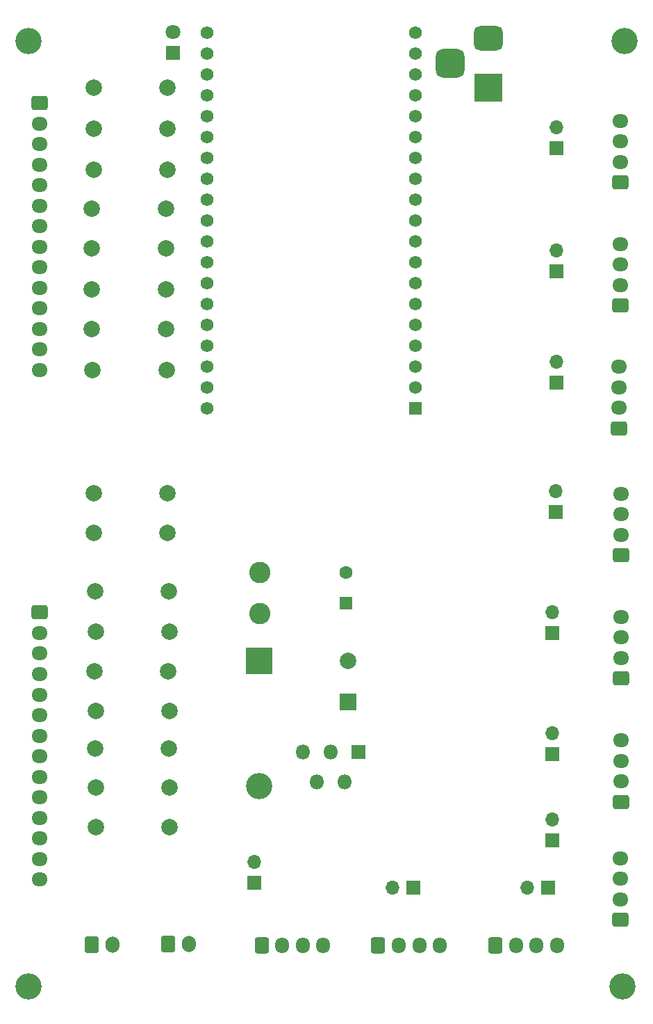
<source format=gbr>
%TF.GenerationSoftware,KiCad,Pcbnew,7.0.6*%
%TF.CreationDate,2023-07-24T15:49:13+01:00*%
%TF.ProjectId,new_board2,6e65775f-626f-4617-9264-322e6b696361,rev?*%
%TF.SameCoordinates,Original*%
%TF.FileFunction,Soldermask,Top*%
%TF.FilePolarity,Negative*%
%FSLAX46Y46*%
G04 Gerber Fmt 4.6, Leading zero omitted, Abs format (unit mm)*
G04 Created by KiCad (PCBNEW 7.0.6) date 2023-07-24 15:49:13*
%MOMM*%
%LPD*%
G01*
G04 APERTURE LIST*
G04 Aperture macros list*
%AMRoundRect*
0 Rectangle with rounded corners*
0 $1 Rounding radius*
0 $2 $3 $4 $5 $6 $7 $8 $9 X,Y pos of 4 corners*
0 Add a 4 corners polygon primitive as box body*
4,1,4,$2,$3,$4,$5,$6,$7,$8,$9,$2,$3,0*
0 Add four circle primitives for the rounded corners*
1,1,$1+$1,$2,$3*
1,1,$1+$1,$4,$5*
1,1,$1+$1,$6,$7*
1,1,$1+$1,$8,$9*
0 Add four rect primitives between the rounded corners*
20,1,$1+$1,$2,$3,$4,$5,0*
20,1,$1+$1,$4,$5,$6,$7,0*
20,1,$1+$1,$6,$7,$8,$9,0*
20,1,$1+$1,$8,$9,$2,$3,0*%
G04 Aperture macros list end*
%ADD10C,3.200000*%
%ADD11RoundRect,0.250000X0.725000X-0.600000X0.725000X0.600000X-0.725000X0.600000X-0.725000X-0.600000X0*%
%ADD12O,1.950000X1.700000*%
%ADD13O,1.700000X1.950000*%
%ADD14RoundRect,0.250000X-0.600000X-0.725000X0.600000X-0.725000X0.600000X0.725000X-0.600000X0.725000X0*%
%ADD15R,1.700000X1.700000*%
%ADD16O,1.700000X1.700000*%
%ADD17RoundRect,0.250000X-0.725000X0.600000X-0.725000X-0.600000X0.725000X-0.600000X0.725000X0.600000X0*%
%ADD18C,2.000000*%
%ADD19R,1.800000X1.800000*%
%ADD20C,1.800000*%
%ADD21RoundRect,0.250000X-0.600000X-0.750000X0.600000X-0.750000X0.600000X0.750000X-0.600000X0.750000X0*%
%ADD22O,1.700000X2.000000*%
%ADD23C,2.600000*%
%ADD24R,1.600000X1.600000*%
%ADD25C,1.600000*%
%ADD26R,3.500000X3.500000*%
%ADD27RoundRect,0.750000X-1.000000X0.750000X-1.000000X-0.750000X1.000000X-0.750000X1.000000X0.750000X0*%
%ADD28RoundRect,0.875000X-0.875000X0.875000X-0.875000X-0.875000X0.875000X-0.875000X0.875000X0.875000X0*%
%ADD29R,2.000000X2.000000*%
%ADD30O,1.800000X1.800000*%
%ADD31R,1.560000X1.560000*%
%ADD32C,1.560000*%
%ADD33R,3.200000X3.200000*%
%ADD34O,3.200000X3.200000*%
G04 APERTURE END LIST*
D10*
%TO.C,H4*%
X212090000Y-160020000D03*
%TD*%
%TO.C,H3*%
X139700000Y-160020000D03*
%TD*%
%TO.C,H2*%
X212344000Y-44958000D03*
%TD*%
%TO.C,H1*%
X139700000Y-44958000D03*
%TD*%
D11*
%TO.C,P13*%
X211800000Y-151900000D03*
D12*
X211800000Y-149400000D03*
X211800000Y-146900000D03*
X211800000Y-144400000D03*
%TD*%
D11*
%TO.C,P16*%
X211800000Y-77150000D03*
D12*
X211800000Y-74650000D03*
X211800000Y-72150000D03*
X211800000Y-69650000D03*
%TD*%
D11*
%TO.C,P15*%
X211800000Y-62150000D03*
D12*
X211800000Y-59650000D03*
X211800000Y-57150000D03*
X211800000Y-54650000D03*
%TD*%
D11*
%TO.C,P14*%
X211900000Y-122550000D03*
D12*
X211900000Y-120050000D03*
X211900000Y-117550000D03*
X211900000Y-115050000D03*
%TD*%
D11*
%TO.C,P12*%
X211900000Y-107550000D03*
D12*
X211900000Y-105050000D03*
X211900000Y-102550000D03*
X211900000Y-100050000D03*
%TD*%
D13*
%TO.C,P11*%
X175600000Y-155000000D03*
X173100000Y-155000000D03*
X170600000Y-155000000D03*
D14*
X168100000Y-155000000D03*
%TD*%
D13*
%TO.C,P10*%
X204100000Y-155000000D03*
X201600000Y-155000000D03*
X199100000Y-155000000D03*
D14*
X196600000Y-155000000D03*
%TD*%
D13*
%TO.C,P8*%
X189800000Y-155000000D03*
X187300000Y-155000000D03*
X184800000Y-155000000D03*
D14*
X182300000Y-155000000D03*
%TD*%
D11*
%TO.C,P7*%
X211900000Y-137550000D03*
D12*
X211900000Y-135050000D03*
X211900000Y-132550000D03*
X211900000Y-130050000D03*
%TD*%
D11*
%TO.C,P6*%
X211600000Y-92100000D03*
D12*
X211600000Y-89600000D03*
X211600000Y-87100000D03*
X211600000Y-84600000D03*
%TD*%
D15*
%TO.C,P22*%
X203475000Y-131750000D03*
D16*
X203475000Y-129210000D03*
%TD*%
D15*
%TO.C,P21*%
X203475000Y-142250000D03*
D16*
X203475000Y-139710000D03*
%TD*%
D15*
%TO.C,P20*%
X203500000Y-117040000D03*
D16*
X203500000Y-114500000D03*
%TD*%
D15*
%TO.C,P19*%
X186540000Y-148000000D03*
D16*
X184000000Y-148000000D03*
%TD*%
D15*
%TO.C,P18*%
X203975000Y-102250000D03*
D16*
X203975000Y-99710000D03*
%TD*%
D15*
%TO.C,P17*%
X167200000Y-147400000D03*
D16*
X167200000Y-144860000D03*
%TD*%
D15*
%TO.C,P9*%
X204000000Y-73000000D03*
D16*
X204000000Y-70460000D03*
%TD*%
%TO.C,P5*%
X200500000Y-148000000D03*
D15*
X203040000Y-148000000D03*
%TD*%
%TO.C,P4*%
X204000000Y-58000000D03*
D16*
X204000000Y-55460000D03*
%TD*%
D15*
%TO.C,P3*%
X204000000Y-86540000D03*
D16*
X204000000Y-84000000D03*
%TD*%
D17*
%TO.C,J7*%
X141000000Y-114500000D03*
D12*
X141000000Y-117000000D03*
X141000000Y-119500000D03*
X141000000Y-122000000D03*
X141000000Y-124500000D03*
X141000000Y-127000000D03*
X141000000Y-129500000D03*
X141000000Y-132000000D03*
X141000000Y-134500000D03*
X141000000Y-137000000D03*
X141000000Y-139500000D03*
X141000000Y-142000000D03*
X141000000Y-144500000D03*
X141000000Y-147000000D03*
%TD*%
%TO.C,J1*%
X141000000Y-85000000D03*
X141000000Y-82500000D03*
X141000000Y-80000000D03*
X141000000Y-77500000D03*
X141000000Y-75000000D03*
X141000000Y-72500000D03*
X141000000Y-70000000D03*
X141000000Y-67500000D03*
X141000000Y-65000000D03*
X141000000Y-62500000D03*
X141000000Y-60000000D03*
X141000000Y-57500000D03*
X141000000Y-55000000D03*
D17*
X141000000Y-52500000D03*
%TD*%
D18*
%TO.C,R10*%
X147600000Y-55600000D03*
X156600000Y-55600000D03*
%TD*%
%TO.C,R1*%
X156600000Y-50600000D03*
X147600000Y-50600000D03*
%TD*%
D19*
%TO.C,D1*%
X157300000Y-46390000D03*
D20*
X157300000Y-43850000D03*
%TD*%
D18*
%TO.C,R3*%
X156850000Y-116840000D03*
X147850000Y-116840000D03*
%TD*%
%TO.C,R5*%
X156900000Y-135802000D03*
X147900000Y-135802000D03*
%TD*%
%TO.C,R16*%
X156500000Y-85000000D03*
X147500000Y-85000000D03*
%TD*%
%TO.C,R12*%
X156600000Y-60600000D03*
X147600000Y-60600000D03*
%TD*%
%TO.C,R2*%
X156800000Y-131052000D03*
X147800000Y-131052000D03*
%TD*%
%TO.C,R13*%
X156400000Y-75200000D03*
X147400000Y-75200000D03*
%TD*%
D21*
%TO.C,P1*%
X156700000Y-154850000D03*
D22*
X159200000Y-154850000D03*
%TD*%
D23*
%TO.C,L1*%
X167900000Y-114650000D03*
X167900000Y-109650000D03*
%TD*%
D18*
%TO.C,R9*%
X147600000Y-104800000D03*
X156600000Y-104800000D03*
%TD*%
D24*
%TO.C,C2*%
X178400000Y-113400000D03*
D25*
X178400000Y-109600000D03*
%TD*%
D18*
%TO.C,R6*%
X156718000Y-121666000D03*
X147718000Y-121666000D03*
%TD*%
D26*
%TO.C,CON1*%
X195757500Y-50650000D03*
D27*
X195757500Y-44650000D03*
D28*
X191057500Y-47650000D03*
%TD*%
D18*
%TO.C,R15*%
X156400000Y-80000000D03*
X147400000Y-80000000D03*
%TD*%
D29*
%TO.C,C1*%
X178600000Y-125400000D03*
D18*
X178600000Y-120400000D03*
%TD*%
%TO.C,R7*%
X156850000Y-140628000D03*
X147850000Y-140628000D03*
%TD*%
D19*
%TO.C,U1*%
X179900000Y-131450000D03*
D30*
X178200000Y-135150000D03*
X176500000Y-131450000D03*
X174800000Y-135150000D03*
X173100000Y-131450000D03*
%TD*%
D18*
%TO.C,R8*%
X156600000Y-100000000D03*
X147600000Y-100000000D03*
%TD*%
D21*
%TO.C,P2*%
X147400000Y-154900000D03*
D22*
X149900000Y-154900000D03*
%TD*%
D18*
%TO.C,R17*%
X156800000Y-111950000D03*
X147800000Y-111950000D03*
%TD*%
%TO.C,R11*%
X156400000Y-70200000D03*
X147400000Y-70200000D03*
%TD*%
%TO.C,R4*%
X156850000Y-126492000D03*
X147850000Y-126492000D03*
%TD*%
D31*
%TO.C,U2*%
X186800000Y-89670000D03*
D32*
X186800000Y-87130000D03*
X186800000Y-84590000D03*
X186800000Y-82050000D03*
X186800000Y-79510000D03*
X186800000Y-76970000D03*
X186800000Y-74430000D03*
X186800000Y-71890000D03*
X186800000Y-69350000D03*
X186800000Y-66810000D03*
X186800000Y-64270000D03*
X186800000Y-61730000D03*
X186800000Y-59190000D03*
X186800000Y-56650000D03*
X186800000Y-54110000D03*
X186800000Y-51570000D03*
X186800000Y-49030000D03*
X186800000Y-46490000D03*
X186800000Y-43950000D03*
X161400000Y-89670000D03*
X161400000Y-87130000D03*
X161400000Y-84590000D03*
X161400000Y-82050000D03*
X161400000Y-79510000D03*
X161400000Y-76970000D03*
X161400000Y-74430000D03*
X161400000Y-71890000D03*
X161400000Y-69350000D03*
X161400000Y-66810000D03*
X161400000Y-64270000D03*
X161400000Y-61730000D03*
X161400000Y-59190000D03*
X161400000Y-56650000D03*
X161400000Y-54110000D03*
X161400000Y-51570000D03*
X161400000Y-49030000D03*
X161400000Y-46490000D03*
X161400000Y-43950000D03*
%TD*%
D18*
%TO.C,R14*%
X156400000Y-65400000D03*
X147400000Y-65400000D03*
%TD*%
D33*
%TO.C,D2*%
X167800000Y-120430000D03*
D34*
X167800000Y-135670000D03*
%TD*%
M02*

</source>
